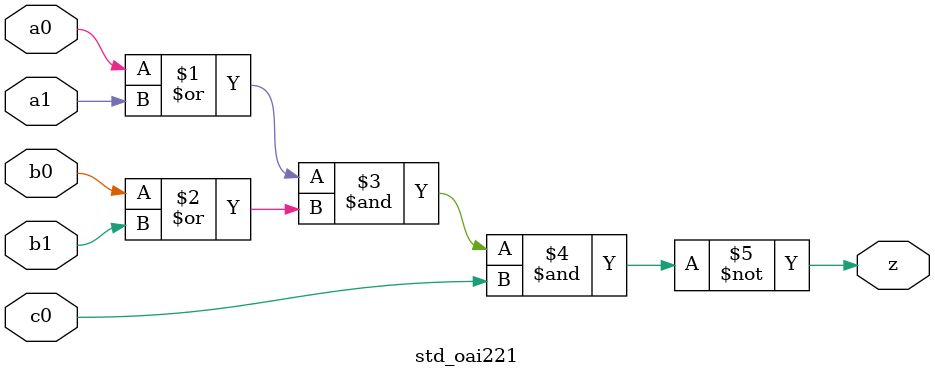
<source format=sv>

module std_oai221 #(parameter DW = 1 ) // array width
(
	input [DW-1:0]  a0,
	input [DW-1:0]  a1,
	input [DW-1:0]  b0,
	input [DW-1:0]  b1,
	input [DW-1:0]  c0, 
	output [DW-1:0] z
);

assign z = ~((a0 | a1) & (b0 | b1) & (c0));

endmodule

</source>
